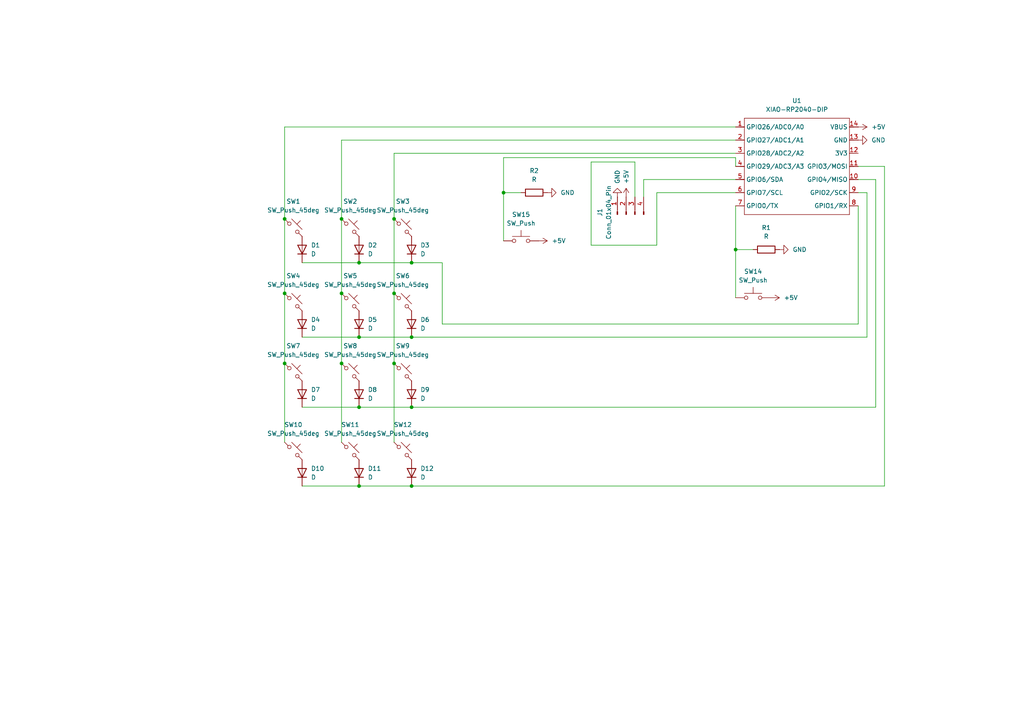
<source format=kicad_sch>
(kicad_sch (version 20250114) (generator "eeschema") (generator_version "9.0")
  (paper "A4")
  (lib_symbols
    (symbol "Connector:Conn_01x04_Pin" (pin_names (offset 1.016) (hide yes))
      (property "Reference" "J" (at 0 5.08 0))
      (property "Value" "Conn_01x04_Pin" (at 0 -7.62 0))
      (symbol "Conn_01x04_Pin_1_1"
        (rectangle (start 0.8636 2.667) (end 0 2.413) (stroke (width 0.1524)) (fill (type outline)))
        (rectangle (start 0.8636 0.127) (end 0 -0.127) (stroke (width 0.1524)) (fill (type outline)))
        (rectangle (start 0.8636 -2.413) (end 0 -2.667) (stroke (width 0.1524)) (fill (type outline)))
        (rectangle (start 0.8636 -4.953) (end 0 -5.207) (stroke (width 0.1524)) (fill (type outline)))
        (polyline (pts (xy 1.27 2.54) (xy 0.8636 2.54)) (stroke (width 0.1524)))
        (polyline (pts (xy 1.27 0) (xy 0.8636 0)) (stroke (width 0.1524)))
        (polyline (pts (xy 1.27 -2.54) (xy 0.8636 -2.54)) (stroke (width 0.1524)))
        (polyline (pts (xy 1.27 -5.08) (xy 0.8636 -5.08)) (stroke (width 0.1524)))
        (pin passive line (at 5.08 2.54 180) (length 3.81) (name "Pin_1") (number "1"))
        (pin passive line (at 5.08 0 180) (length 3.81) (name "Pin_2") (number "2"))
        (pin passive line (at 5.08 -2.54 180) (length 3.81) (name "Pin_3") (number "3"))
        (pin passive line (at 5.08 -5.08 180) (length 3.81) (name "Pin_4") (number "4"))
      )
    )
    (symbol "Device:D" (pin_numbers (hide yes)) (pin_names (offset 1.016) (hide yes))
      (property "Reference" "D" (at 0 2.54 0))
      (property "Value" "D" (at 0 -2.54 0))
      (symbol "D_0_1"
        (polyline (pts (xy -1.27 1.27) (xy -1.27 -1.27)) (stroke (width 0.254)))
        (polyline (pts (xy 1.27 1.27) (xy 1.27 -1.27) (xy -1.27 0) (xy 1.27 1.27)) (stroke (width 0.254)))
        (polyline (pts (xy 1.27 0) (xy -1.27 0)))
      )
      (symbol "D_1_1"
        (pin passive line (at -3.81 0 0) (length 2.54) (name "K") (number "1"))
        (pin passive line (at 3.81 0 180) (length 2.54) (name "A") (number "2"))
      )
    )
    (symbol "Device:R" (pin_numbers (hide yes)) (pin_names (offset 0))
      (property "Reference" "R" (at 2.032 0 90))
      (property "Value" "R" (at 0 0 90))
      (symbol "R_0_1"
        (rectangle (start -1.016 -2.54) (end 1.016 2.54) (stroke (width 0.254)))
      )
      (symbol "R_1_1"
        (pin passive line (at 0 3.81 270) (length 1.27) (name "~") (number "1"))
        (pin passive line (at 0 -3.81 90) (length 1.27) (name "~") (number "2"))
      )
    )
    (symbol "OPL:XIAO-RP2040-DIP"
      (property "Reference" "U" (at 0 0 0))
      (property "Value" "XIAO-RP2040-DIP" (at 5.334 -1.778 0))
      (symbol "XIAO-RP2040-DIP_1_0"
        (polyline (pts (xy -1.27 -2.54) (xy 29.21 -2.54)) (stroke (width 0.1524)))
        (polyline (pts (xy -1.27 -5.08) (xy -2.54 -5.08)) (stroke (width 0.1524)))
        (polyline (pts (xy -1.27 -5.08) (xy -1.27 -2.54)) (stroke (width 0.1524)))
        (polyline (pts (xy -1.27 -8.89) (xy -2.54 -8.89)) (stroke (width 0.1524)))
        (polyline (pts (xy -1.27 -8.89) (xy -1.27 -5.08)) (stroke (width 0.1524)))
        (polyline (pts (xy -1.27 -12.7) (xy -2.54 -12.7)) (stroke (width 0.1524)))
        (polyline (pts (xy -1.27 -12.7) (xy -1.27 -8.89)) (stroke (width 0.1524)))
        (polyline (pts (xy -1.27 -16.51) (xy -2.54 -16.51)) (stroke (width 0.1524)))
        (polyline (pts (xy -1.27 -16.51) (xy -1.27 -12.7)) (stroke (width 0.1524)))
        (polyline (pts (xy -1.27 -20.32) (xy -2.54 -20.32)) (stroke (width 0.1524)))
        (polyline (pts (xy -1.27 -24.13) (xy -2.54 -24.13)) (stroke (width 0.1524)))
        (polyline (pts (xy -1.27 -27.94) (xy -2.54 -27.94)) (stroke (width 0.1524)))
        (polyline (pts (xy -1.27 -30.48) (xy -1.27 -16.51)) (stroke (width 0.1524)))
        (polyline (pts (xy 29.21 -2.54) (xy 29.21 -5.08)) (stroke (width 0.1524)))
        (polyline (pts (xy 29.21 -5.08) (xy 29.21 -8.89)) (stroke (width 0.1524)))
        (polyline (pts (xy 29.21 -8.89) (xy 29.21 -12.7)) (stroke (width 0.1524)))
        (polyline (pts (xy 29.21 -12.7) (xy 29.21 -30.48)) (stroke (width 0.1524)))
        (polyline (pts (xy 29.21 -30.48) (xy -1.27 -30.48)) (stroke (width 0.1524)))
        (polyline (pts (xy 30.48 -5.08) (xy 29.21 -5.08)) (stroke (width 0.1524)))
        (polyline (pts (xy 30.48 -8.89) (xy 29.21 -8.89)) (stroke (width 0.1524)))
        (polyline (pts (xy 30.48 -12.7) (xy 29.21 -12.7)) (stroke (width 0.1524)))
        (polyline (pts (xy 30.48 -16.51) (xy 29.21 -16.51)) (stroke (width 0.1524)))
        (polyline (pts (xy 30.48 -20.32) (xy 29.21 -20.32)) (stroke (width 0.1524)))
        (polyline (pts (xy 30.48 -24.13) (xy 29.21 -24.13)) (stroke (width 0.1524)))
        (polyline (pts (xy 30.48 -27.94) (xy 29.21 -27.94)) (stroke (width 0.1524)))
        (pin passive line (at -3.81 -5.08 0) (length 2.54) (name "GPIO26/ADC0/A0") (number "1"))
        (pin passive line (at -3.81 -8.89 0) (length 2.54) (name "GPIO27/ADC1/A1") (number "2"))
        (pin passive line (at -3.81 -12.7 0) (length 2.54) (name "GPIO28/ADC2/A2") (number "3"))
        (pin passive line (at -3.81 -16.51 0) (length 2.54) (name "GPIO29/ADC3/A3") (number "4"))
        (pin passive line (at -3.81 -20.32 0) (length 2.54) (name "GPIO6/SDA") (number "5"))
        (pin passive line (at -3.81 -24.13 0) (length 2.54) (name "GPIO7/SCL") (number "6"))
        (pin passive line (at -3.81 -27.94 0) (length 2.54) (name "GPIO0/TX") (number "7"))
        (pin passive line (at 31.75 -5.08 180) (length 2.54) (name "VBUS") (number "14"))
        (pin passive line (at 31.75 -8.89 180) (length 2.54) (name "GND") (number "13"))
        (pin passive line (at 31.75 -12.7 180) (length 2.54) (name "3V3") (number "12"))
        (pin passive line (at 31.75 -16.51 180) (length 2.54) (name "GPIO3/MOSI") (number "11"))
        (pin passive line (at 31.75 -20.32 180) (length 2.54) (name "GPIO4/MISO") (number "10"))
        (pin passive line (at 31.75 -24.13 180) (length 2.54) (name "GPIO2/SCK") (number "9"))
        (pin passive line (at 31.75 -27.94 180) (length 2.54) (name "GPIO1/RX") (number "8"))
      )
    )
    (symbol "Switch:SW_Push" (pin_numbers (hide yes)) (pin_names (offset 1.016) (hide yes))
      (property "Reference" "SW" (at 1.27 2.54 0))
      (property "Value" "SW_Push" (at 0 -1.524 0))
      (symbol "SW_Push_0_1"
        (circle (center -2.032 0) (radius 0.508))
        (polyline (pts (xy 0 1.27) (xy 0 3.048)))
        (circle (center 2.032 0) (radius 0.508))
        (polyline (pts (xy 2.54 1.27) (xy -2.54 1.27)))
        (pin passive line (at -5.08 0 0) (length 2.54) (name "1") (number "1"))
        (pin passive line (at 5.08 0 180) (length 2.54) (name "2") (number "2"))
      )
    )
    (symbol "Switch:SW_Push_45deg" (pin_numbers (hide yes)) (pin_names (offset 1.016) (hide yes))
      (property "Reference" "SW" (at 3.048 1.016 0))
      (property "Value" "SW_Push_45deg" (at 0 -3.81 0))
      (symbol "SW_Push_45deg_0_1"
        (polyline (pts (xy -2.54 2.54) (xy -1.524 1.524) (xy -1.524 1.524)))
        (circle (center -1.1684 1.1684) (radius 0.508))
        (polyline (pts (xy -0.508 2.54) (xy 2.54 -0.508)))
        (polyline (pts (xy 1.016 1.016) (xy 2.032 2.032)))
        (circle (center 1.143 -1.1938) (radius 0.508))
        (polyline (pts (xy 1.524 -1.524) (xy 2.54 -2.54) (xy 2.54 -2.54) (xy 2.54 -2.54)))
        (pin passive line (at -2.54 2.54 0) (length 0) (name "1") (number "1"))
        (pin passive line (at 2.54 -2.54 180) (length 0) (name "2") (number "2"))
      )
    )
    (symbol "power:+5V" (power) (pin_numbers (hide yes)) (pin_names (offset 0) (hide yes))
      (property "Value" "+5V" (at 0 3.556 0))
      (symbol "+5V_0_1"
        (polyline (pts (xy -0.762 1.27) (xy 0 2.54)))
        (polyline (pts (xy 0 2.54) (xy 0.762 1.27)))
        (polyline (pts (xy 0 0) (xy 0 2.54)))
      )
      (symbol "+5V_1_1"
        (pin power_in line (at 0 0 90) (length 0) (name "~") (number "1"))
      )
    )
    (symbol "power:GND" (power) (pin_numbers (hide yes)) (pin_names (offset 0) (hide yes))
      (property "Value" "GND" (at 0 -3.81 0))
      (symbol "GND_0_1"
        (polyline (pts (xy 0 0) (xy 0 -1.27) (xy 1.27 -1.27) (xy 0 -2.54) (xy -1.27 -1.27) (xy 0 -1.27)))
      )
      (symbol "GND_1_1"
        (pin power_in line (at 0 0 270) (length 0) (name "~") (number "1"))
      )
    )
  )
  (junction (at 104.14 140.97))
  (junction (at 104.14 76.2))
  (junction (at 146.05 55.88))
  (junction (at 114.3 105.41))
  (junction (at 104.14 97.79))
  (junction (at 82.55 85.09))
  (junction (at 99.06 85.09))
  (junction (at 119.38 118.11))
  (junction (at 104.14 118.11))
  (junction (at 99.06 105.41))
  (junction (at 114.3 85.09))
  (junction (at 213.36 72.39))
  (junction (at 82.55 105.41))
  (junction (at 119.38 140.97))
  (junction (at 114.3 63.5))
  (junction (at 119.38 97.79))
  (junction (at 119.38 76.2))
  (junction (at 99.06 63.5))
  (junction (at 82.55 63.5))
  (wire (pts (xy 114.3 105.41) (xy 114.3 128.27)))
  (wire (pts (xy 119.38 118.11) (xy 254 118.11)))
  (wire (pts (xy 146.05 55.88) (xy 146.05 45.72)))
  (wire (pts (xy 87.63 140.97) (xy 104.14 140.97)))
  (wire (pts (xy 213.36 45.72) (xy 213.36 48.26)))
  (wire (pts (xy 171.45 71.12) (xy 171.45 46.99)))
  (wire (pts (xy 213.36 72.39) (xy 218.44 72.39)))
  (wire (pts (xy 99.06 105.41) (xy 99.06 128.27)))
  (wire (pts (xy 82.55 85.09) (xy 82.55 105.41)))
  (wire (pts (xy 104.14 97.79) (xy 119.38 97.79)))
  (wire (pts (xy 82.55 63.5) (xy 82.55 85.09)))
  (wire (pts (xy 99.06 63.5) (xy 99.06 85.09)))
  (wire (pts (xy 119.38 140.97) (xy 256.54 140.97)))
  (wire (pts (xy 171.45 46.99) (xy 184.15 46.99)))
  (wire (pts (xy 119.38 97.79) (xy 251.46 97.79)))
  (wire (pts (xy 184.15 46.99) (xy 184.15 57.15)))
  (wire (pts (xy 251.46 97.79) (xy 251.46 55.88)))
  (wire (pts (xy 82.55 36.83) (xy 213.36 36.83)))
  (wire (pts (xy 190.5 71.12) (xy 171.45 71.12)))
  (wire (pts (xy 213.36 52.07) (xy 186.69 52.07)))
  (wire (pts (xy 82.55 36.83) (xy 82.55 63.5)))
  (wire (pts (xy 128.27 93.98) (xy 248.92 93.98)))
  (wire (pts (xy 256.54 140.97) (xy 256.54 48.26)))
  (wire (pts (xy 87.63 97.79) (xy 104.14 97.79)))
  (wire (pts (xy 99.06 40.64) (xy 213.36 40.64)))
  (wire (pts (xy 254 52.07) (xy 248.92 52.07)))
  (wire (pts (xy 146.05 55.88) (xy 146.05 69.85)))
  (wire (pts (xy 254 118.11) (xy 254 52.07)))
  (wire (pts (xy 213.36 55.88) (xy 190.5 55.88)))
  (wire (pts (xy 99.06 85.09) (xy 99.06 105.41)))
  (wire (pts (xy 251.46 55.88) (xy 248.92 55.88)))
  (wire (pts (xy 114.3 85.09) (xy 114.3 105.41)))
  (wire (pts (xy 256.54 48.26) (xy 248.92 48.26)))
  (wire (pts (xy 104.14 140.97) (xy 119.38 140.97)))
  (wire (pts (xy 114.3 44.45) (xy 213.36 44.45)))
  (wire (pts (xy 104.14 76.2) (xy 119.38 76.2)))
  (wire (pts (xy 213.36 59.69) (xy 213.36 72.39)))
  (wire (pts (xy 82.55 105.41) (xy 82.55 128.27)))
  (wire (pts (xy 114.3 63.5) (xy 114.3 85.09)))
  (wire (pts (xy 104.14 118.11) (xy 119.38 118.11)))
  (wire (pts (xy 114.3 44.45) (xy 114.3 63.5)))
  (wire (pts (xy 128.27 76.2) (xy 128.27 93.98)))
  (wire (pts (xy 146.05 55.88) (xy 151.13 55.88)))
  (wire (pts (xy 248.92 59.69) (xy 248.92 93.98)))
  (wire (pts (xy 99.06 40.64) (xy 99.06 63.5)))
  (wire (pts (xy 87.63 76.2) (xy 104.14 76.2)))
  (wire (pts (xy 146.05 45.72) (xy 213.36 45.72)))
  (wire (pts (xy 87.63 118.11) (xy 104.14 118.11)))
  (wire (pts (xy 119.38 76.2) (xy 128.27 76.2)))
  (wire (pts (xy 213.36 72.39) (xy 213.36 86.36)))
  (wire (pts (xy 186.69 52.07) (xy 186.69 57.15)))
  (wire (pts (xy 190.5 55.88) (xy 190.5 71.12)))
  (symbol (lib_id "Device:D") (at 87.63 72.39 90) (unit 1)
    (property "Reference" "D1" (at 90.17 71.1199 90) (effects (justify right)))
    (property "Value" "D" (at 90.17 73.6599 90) (effects (justify right)))
    (property "Footprint" "Diode_THT:D_DO-35_SOD27_P7.62mm_Horizontal" (effects (hide yes)))
    (property "Description" "Diode" (effects (hide yes)))
    (property "Sim.Device" "D" (effects (hide yes)))
    (property "Sim.Pins" "1=K 2=A" (effects (hide yes)))
  )
  (symbol (lib_id "Device:D") (at 119.38 72.39 90) (unit 1)
    (property "Reference" "D3" (at 121.92 71.1199 90) (effects (justify right)))
    (property "Value" "D" (at 121.92 73.6599 90) (effects (justify right)))
    (property "Footprint" "Diode_THT:D_DO-35_SOD27_P7.62mm_Horizontal" (effects (hide yes)))
    (property "Description" "Diode" (effects (hide yes)))
    (property "Sim.Device" "D" (effects (hide yes)))
    (property "Sim.Pins" "1=K 2=A" (effects (hide yes)))
  )
  (symbol (lib_id "Device:D") (at 87.63 114.3 90) (unit 1)
    (property "Reference" "D7" (at 90.17 113.0299 90) (effects (justify right)))
    (property "Value" "D" (at 90.17 115.5699 90) (effects (justify right)))
    (property "Footprint" "Diode_THT:D_DO-35_SOD27_P7.62mm_Horizontal" (effects (hide yes)))
    (property "Description" "Diode" (effects (hide yes)))
    (property "Sim.Device" "D" (effects (hide yes)))
    (property "Sim.Pins" "1=K 2=A" (effects (hide yes)))
  )
  (symbol (lib_id "power:+5V") (at 156.21 69.85 270) (unit 1)
    (property "Reference" "#PWR08" (effects (hide yes)))
    (property "Value" "+5V" (at 160.02 69.8499 90) (effects (justify left)))
    (property "Description" "Power symbol creates a global label with name \"+5V\"" (effects (hide yes)))
  )
  (symbol (lib_id "Switch:SW_Push") (at 218.44 86.36 0) (unit 1)
    (property "Reference" "SW14" (at 218.44 78.74 0))
    (property "Value" "SW_Push" (at 218.44 81.28 0))
    (property "Footprint" "Button_Switch_THT:SW_PUSH_6mm" (effects (hide yes)))
    (property "Description" "Push button switch, generic, two pins" (effects (hide yes)))
  )
  (symbol (lib_id "Switch:SW_Push_45deg") (at 101.6 66.04 0) (unit 1)
    (property "Reference" "SW2" (at 101.6 58.42 0))
    (property "Value" "SW_Push_45deg" (at 101.6 60.96 0))
    (property "Footprint" "Button_Switch_Keyboard:SW_Cherry_MX_1.00u_PCB" (effects (hide yes)))
    (property "Description" "Push button switch, normally open, two pins, 45° tilted" (effects (hide yes)))
  )
  (symbol (lib_id "Switch:SW_Push_45deg") (at 101.6 87.63 0) (unit 1)
    (property "Reference" "SW5" (at 101.6 80.01 0))
    (property "Value" "SW_Push_45deg" (at 101.6 82.55 0))
    (property "Footprint" "Button_Switch_Keyboard:SW_Cherry_MX_1.00u_PCB" (effects (hide yes)))
    (property "Description" "Push button switch, normally open, two pins, 45° tilted" (effects (hide yes)))
  )
  (symbol (lib_id "Device:D") (at 119.38 114.3 90) (unit 1)
    (property "Reference" "D9" (at 121.92 113.0299 90) (effects (justify right)))
    (property "Value" "D" (at 121.92 115.5699 90) (effects (justify right)))
    (property "Footprint" "Diode_THT:D_DO-35_SOD27_P7.62mm_Horizontal" (effects (hide yes)))
    (property "Description" "Diode" (effects (hide yes)))
    (property "Sim.Device" "D" (effects (hide yes)))
    (property "Sim.Pins" "1=K 2=A" (effects (hide yes)))
  )
  (symbol (lib_id "Device:D") (at 87.63 93.98 90) (unit 1)
    (property "Reference" "D4" (at 90.17 92.7099 90) (effects (justify right)))
    (property "Value" "D" (at 90.17 95.2499 90) (effects (justify right)))
    (property "Footprint" "Diode_THT:D_DO-35_SOD27_P7.62mm_Horizontal" (effects (hide yes)))
    (property "Description" "Diode" (effects (hide yes)))
    (property "Sim.Device" "D" (effects (hide yes)))
    (property "Sim.Pins" "1=K 2=A" (effects (hide yes)))
  )
  (symbol (lib_id "Device:D") (at 104.14 93.98 90) (unit 1)
    (property "Reference" "D5" (at 106.68 92.7099 90) (effects (justify right)))
    (property "Value" "D" (at 106.68 95.2499 90) (effects (justify right)))
    (property "Footprint" "Diode_THT:D_DO-35_SOD27_P7.62mm_Horizontal" (effects (hide yes)))
    (property "Description" "Diode" (effects (hide yes)))
    (property "Sim.Device" "D" (effects (hide yes)))
    (property "Sim.Pins" "1=K 2=A" (effects (hide yes)))
  )
  (symbol (lib_id "Switch:SW_Push_45deg") (at 101.6 107.95 0) (unit 1)
    (property "Reference" "SW8" (at 101.6 100.33 0))
    (property "Value" "SW_Push_45deg" (at 101.6 102.87 0))
    (property "Footprint" "Button_Switch_Keyboard:SW_Cherry_MX_1.00u_PCB" (effects (hide yes)))
    (property "Description" "Push button switch, normally open, two pins, 45° tilted" (effects (hide yes)))
  )
  (symbol (lib_id "Device:D") (at 104.14 137.16 90) (unit 1)
    (property "Reference" "D11" (at 106.68 135.8899 90) (effects (justify right)))
    (property "Value" "D" (at 106.68 138.4299 90) (effects (justify right)))
    (property "Footprint" "Diode_THT:D_DO-35_SOD27_P7.62mm_Horizontal" (effects (hide yes)))
    (property "Description" "Diode" (effects (hide yes)))
    (property "Sim.Device" "D" (effects (hide yes)))
    (property "Sim.Pins" "1=K 2=A" (effects (hide yes)))
  )
  (symbol (lib_id "Switch:SW_Push_45deg") (at 116.84 87.63 0) (unit 1)
    (property "Reference" "SW6" (at 116.84 80.01 0))
    (property "Value" "SW_Push_45deg" (at 116.84 82.55 0))
    (property "Footprint" "Button_Switch_Keyboard:SW_Cherry_MX_1.00u_PCB" (effects (hide yes)))
    (property "Description" "Push button switch, normally open, two pins, 45° tilted" (effects (hide yes)))
  )
  (symbol (lib_id "Device:R") (at 154.94 55.88 90) (unit 1)
    (property "Reference" "R2" (at 154.94 49.53 90))
    (property "Value" "R" (at 154.94 52.07 90))
    (property "Footprint" "Resistor_THT:R_Axial_DIN0207_L6.3mm_D2.5mm_P7.62mm_Horizontal" (effects (hide yes)))
    (property "Description" "Resistor" (effects (hide yes)))
  )
  (symbol (lib_id "Switch:SW_Push") (at 151.13 69.85 0) (unit 1)
    (property "Reference" "SW15" (at 151.13 62.23 0))
    (property "Value" "SW_Push" (at 151.13 64.77 0))
    (property "Footprint" "Button_Switch_THT:SW_PUSH_6mm" (effects (hide yes)))
    (property "Description" "Push button switch, generic, two pins" (effects (hide yes)))
  )
  (symbol (lib_id "power:+5V") (at 248.92 36.83 270) (unit 1)
    (property "Reference" "#PWR05" (effects (hide yes)))
    (property "Value" "+5V" (at 252.73 36.8299 90) (effects (justify left)))
    (property "Description" "Power symbol creates a global label with name \"+5V\"" (effects (hide yes)))
  )
  (symbol (lib_id "Device:D") (at 104.14 114.3 90) (unit 1)
    (property "Reference" "D8" (at 106.68 113.0299 90) (effects (justify right)))
    (property "Value" "D" (at 106.68 115.5699 90) (effects (justify right)))
    (property "Footprint" "Diode_THT:D_DO-35_SOD27_P7.62mm_Horizontal" (effects (hide yes)))
    (property "Description" "Diode" (effects (hide yes)))
    (property "Sim.Device" "D" (effects (hide yes)))
    (property "Sim.Pins" "1=K 2=A" (effects (hide yes)))
  )
  (symbol (lib_id "power:GND") (at 158.75 55.88 90) (unit 1)
    (property "Reference" "#PWR09" (effects (hide yes)))
    (property "Value" "GND" (at 162.56 55.8799 90) (effects (justify right)))
    (property "Description" "Power symbol creates a global label with name \"GND\" , ground" (effects (hide yes)))
  )
  (symbol (lib_id "Switch:SW_Push_45deg") (at 116.84 130.81 0) (unit 1)
    (property "Reference" "SW12" (at 116.84 123.19 0))
    (property "Value" "SW_Push_45deg" (at 116.84 125.73 0))
    (property "Footprint" "Button_Switch_Keyboard:SW_Cherry_MX_1.00u_PCB" (effects (hide yes)))
    (property "Description" "Push button switch, normally open, two pins, 45° tilted" (effects (hide yes)))
  )
  (symbol (lib_id "OPL:XIAO-RP2040-DIP") (at 217.17 31.75 0) (unit 1)
    (property "Reference" "U1" (at 231.14 29.21 0))
    (property "Value" "XIAO-RP2040-DIP" (at 231.14 31.75 0))
    (property "Footprint" "OPL:XIAO-RP2040-DIP" (effects (hide yes)))
  )
  (symbol (lib_id "Switch:SW_Push_45deg") (at 85.09 107.95 0) (unit 1)
    (property "Reference" "SW7" (at 85.09 100.33 0))
    (property "Value" "SW_Push_45deg" (at 85.09 102.87 0))
    (property "Footprint" "Button_Switch_Keyboard:SW_Cherry_MX_1.00u_PCB" (effects (hide yes)))
    (property "Description" "Push button switch, normally open, two pins, 45° tilted" (effects (hide yes)))
  )
  (symbol (lib_id "Switch:SW_Push_45deg") (at 116.84 66.04 0) (unit 1)
    (property "Reference" "SW3" (at 116.84 58.42 0))
    (property "Value" "SW_Push_45deg" (at 116.84 60.96 0))
    (property "Footprint" "Button_Switch_Keyboard:SW_Cherry_MX_1.00u_PCB" (effects (hide yes)))
    (property "Description" "Push button switch, normally open, two pins, 45° tilted" (effects (hide yes)))
  )
  (symbol (lib_id "Switch:SW_Push_45deg") (at 85.09 66.04 0) (unit 1)
    (property "Reference" "SW1" (at 85.09 58.42 0))
    (property "Value" "SW_Push_45deg" (at 85.09 60.96 0))
    (property "Footprint" "Button_Switch_Keyboard:SW_Cherry_MX_1.00u_PCB" (effects (hide yes)))
    (property "Description" "Push button switch, normally open, two pins, 45° tilted" (effects (hide yes)))
  )
  (symbol (lib_id "Switch:SW_Push_45deg") (at 101.6 130.81 0) (unit 1)
    (property "Reference" "SW11" (at 101.6 123.19 0))
    (property "Value" "SW_Push_45deg" (at 101.6 125.73 0))
    (property "Footprint" "Button_Switch_Keyboard:SW_Cherry_MX_1.00u_PCB" (effects (hide yes)))
    (property "Description" "Push button switch, normally open, two pins, 45° tilted" (effects (hide yes)))
  )
  (symbol (lib_id "power:GND") (at 179.07 57.15 180) (unit 1)
    (property "Reference" "#PWR03" (effects (hide yes)))
    (property "Value" "GND" (at 179.0701 53.34 90) (effects (justify right)))
    (property "Description" "Power symbol creates a global label with name \"GND\" , ground" (effects (hide yes)))
  )
  (symbol (lib_id "Switch:SW_Push_45deg") (at 85.09 87.63 0) (unit 1)
    (property "Reference" "SW4" (at 85.09 80.01 0))
    (property "Value" "SW_Push_45deg" (at 85.09 82.55 0))
    (property "Footprint" "Button_Switch_Keyboard:SW_Cherry_MX_1.00u_PCB" (effects (hide yes)))
    (property "Description" "Push button switch, normally open, two pins, 45° tilted" (effects (hide yes)))
  )
  (symbol (lib_id "Connector:Conn_01x04_Pin") (at 181.61 62.23 90) (unit 1)
    (property "Reference" "J1" (at 173.99 61.595 0))
    (property "Value" "Conn_01x04_Pin" (at 176.53 61.595 0))
    (property "Footprint" "Audio_Module:MODULE_DM-OLED096-636" (effects (hide yes)))
    (property "Description" "Generic connector, single row, 01x04, script generated" (effects (hide yes)))
  )
  (symbol (lib_id "power:+5V") (at 223.52 86.36 270) (unit 1)
    (property "Reference" "#PWR06" (effects (hide yes)))
    (property "Value" "+5V" (at 227.33 86.3599 90) (effects (justify left)))
    (property "Description" "Power symbol creates a global label with name \"+5V\"" (effects (hide yes)))
  )
  (symbol (lib_id "power:GND") (at 226.06 72.39 90) (unit 1)
    (property "Reference" "#PWR07" (effects (hide yes)))
    (property "Value" "GND" (at 229.87 72.3899 90) (effects (justify right)))
    (property "Description" "Power symbol creates a global label with name \"GND\" , ground" (effects (hide yes)))
  )
  (symbol (lib_id "Device:D") (at 87.63 137.16 90) (unit 1)
    (property "Reference" "D10" (at 90.17 135.8899 90) (effects (justify right)))
    (property "Value" "D" (at 90.17 138.4299 90) (effects (justify right)))
    (property "Footprint" "Diode_THT:D_DO-35_SOD27_P7.62mm_Horizontal" (effects (hide yes)))
    (property "Description" "Diode" (effects (hide yes)))
    (property "Sim.Device" "D" (effects (hide yes)))
    (property "Sim.Pins" "1=K 2=A" (effects (hide yes)))
  )
  (symbol (lib_id "Device:D") (at 104.14 72.39 90) (unit 1)
    (property "Reference" "D2" (at 106.68 71.1199 90) (effects (justify right)))
    (property "Value" "D" (at 106.68 73.6599 90) (effects (justify right)))
    (property "Footprint" "Diode_THT:D_DO-35_SOD27_P7.62mm_Horizontal" (effects (hide yes)))
    (property "Description" "Diode" (effects (hide yes)))
    (property "Sim.Device" "D" (effects (hide yes)))
    (property "Sim.Pins" "1=K 2=A" (effects (hide yes)))
  )
  (symbol (lib_id "Device:R") (at 222.25 72.39 90) (unit 1)
    (property "Reference" "R1" (at 222.25 66.04 90))
    (property "Value" "R" (at 222.25 68.58 90))
    (property "Footprint" "Resistor_THT:R_Axial_DIN0207_L6.3mm_D2.5mm_P7.62mm_Horizontal" (effects (hide yes)))
    (property "Description" "Resistor" (effects (hide yes)))
  )
  (symbol (lib_id "Switch:SW_Push_45deg") (at 85.09 130.81 0) (unit 1)
    (property "Reference" "SW10" (at 85.09 123.19 0))
    (property "Value" "SW_Push_45deg" (at 85.09 125.73 0))
    (property "Footprint" "Button_Switch_Keyboard:SW_Cherry_MX_1.00u_PCB" (effects (hide yes)))
    (property "Description" "Push button switch, normally open, two pins, 45° tilted" (effects (hide yes)))
  )
  (symbol (lib_id "power:GND") (at 248.92 40.64 90) (unit 1)
    (property "Reference" "#PWR02" (effects (hide yes)))
    (property "Value" "GND" (at 252.73 40.6399 90) (effects (justify right)))
    (property "Description" "Power symbol creates a global label with name \"GND\" , ground" (effects (hide yes)))
  )
  (symbol (lib_id "power:+5V") (at 181.61 57.15 0) (unit 1)
    (property "Reference" "#PWR01" (effects (hide yes)))
    (property "Value" "+5V" (at 181.6099 53.34 90) (effects (justify left)))
    (property "Description" "Power symbol creates a global label with name \"+5V\"" (effects (hide yes)))
  )
  (symbol (lib_id "Device:D") (at 119.38 93.98 90) (unit 1)
    (property "Reference" "D6" (at 121.92 92.7099 90) (effects (justify right)))
    (property "Value" "D" (at 121.92 95.2499 90) (effects (justify right)))
    (property "Footprint" "Diode_THT:D_DO-35_SOD27_P7.62mm_Horizontal" (effects (hide yes)))
    (property "Description" "Diode" (effects (hide yes)))
    (property "Sim.Device" "D" (effects (hide yes)))
    (property "Sim.Pins" "1=K 2=A" (effects (hide yes)))
  )
  (symbol (lib_id "Switch:SW_Push_45deg") (at 116.84 107.95 0) (unit 1)
    (property "Reference" "SW9" (at 116.84 100.33 0))
    (property "Value" "SW_Push_45deg" (at 116.84 102.87 0))
    (property "Footprint" "Button_Switch_Keyboard:SW_Cherry_MX_1.00u_PCB" (effects (hide yes)))
    (property "Description" "Push button switch, normally open, two pins, 45° tilted" (effects (hide yes)))
  )
  (symbol (lib_id "Device:D") (at 119.38 137.16 90) (unit 1)
    (property "Reference" "D12" (at 121.92 135.8899 90) (effects (justify right)))
    (property "Value" "D" (at 121.92 138.4299 90) (effects (justify right)))
    (property "Footprint" "Diode_THT:D_DO-35_SOD27_P7.62mm_Horizontal" (effects (hide yes)))
    (property "Description" "Diode" (effects (hide yes)))
    (property "Sim.Device" "D" (effects (hide yes)))
    (property "Sim.Pins" "1=K 2=A" (effects (hide yes)))
  )
)
</source>
